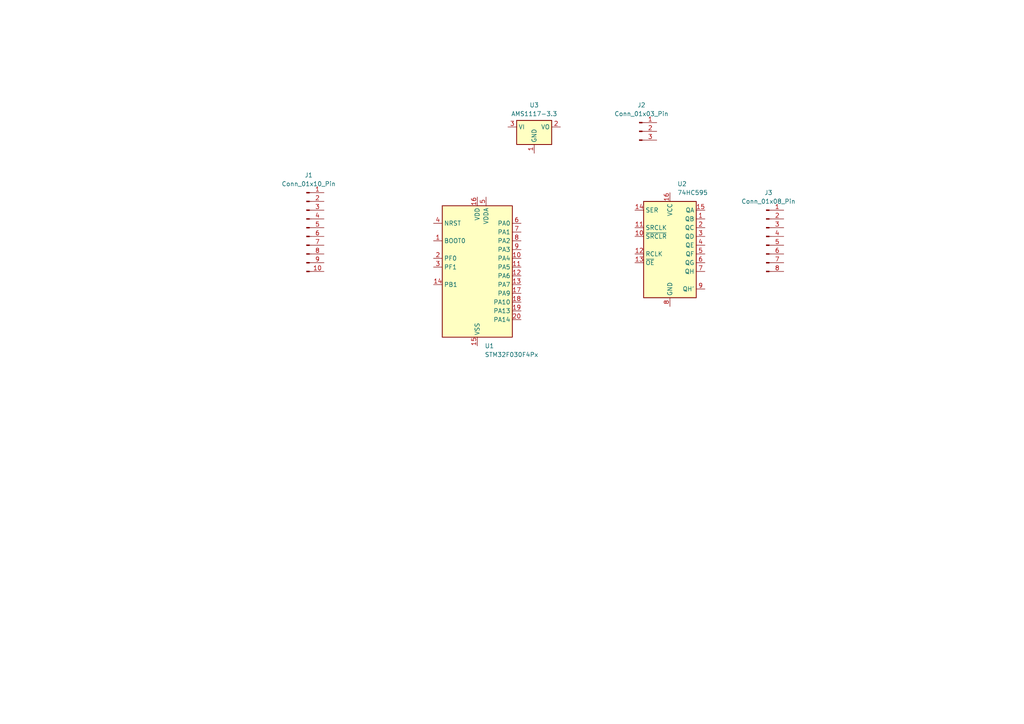
<source format=kicad_sch>
(kicad_sch (version 20250114) (generator "eeschema") (generator_version "9.0")
  (paper "A4")
  (lib_symbols
    (symbol "74xx:74HC595"
      (property "Reference" "U" (at -7.62 13.97 0))
      (property "Value" "74HC595" (at -7.62 -16.51 0))
      (symbol "74HC595_1_0"
        (pin input line (at -10.16 10.16 0) (length 2.54) (name "SER") (number "14"))
        (pin input line (at -10.16 5.08 0) (length 2.54) (name "SRCLK") (number "11"))
        (pin input line (at -10.16 2.54 0) (length 2.54) (name "~{SRCLR}") (number "10"))
        (pin input line (at -10.16 -2.54 0) (length 2.54) (name "RCLK") (number "12"))
        (pin input line (at -10.16 -5.08 0) (length 2.54) (name "~{OE}") (number "13"))
        (pin power_in line (at 0 15.24 270) (length 2.54) (name "VCC") (number "16"))
        (pin power_in line (at 0 -17.78 90) (length 2.54) (name "GND") (number "8"))
        (pin tri_state line (at 10.16 10.16 180) (length 2.54) (name "QA") (number "15"))
        (pin tri_state line (at 10.16 7.62 180) (length 2.54) (name "QB") (number "1"))
        (pin tri_state line (at 10.16 5.08 180) (length 2.54) (name "QC") (number "2"))
        (pin tri_state line (at 10.16 2.54 180) (length 2.54) (name "QD") (number "3"))
        (pin tri_state line (at 10.16 0 180) (length 2.54) (name "QE") (number "4"))
        (pin tri_state line (at 10.16 -2.54 180) (length 2.54) (name "QF") (number "5"))
        (pin tri_state line (at 10.16 -5.08 180) (length 2.54) (name "QG") (number "6"))
        (pin tri_state line (at 10.16 -7.62 180) (length 2.54) (name "QH") (number "7"))
        (pin output line (at 10.16 -12.7 180) (length 2.54) (name "QH'") (number "9"))
      )
      (symbol "74HC595_1_1"
        (rectangle (start -7.62 12.7) (end 7.62 -15.24) (stroke (width 0.254)) (fill (type background)))
      )
    )
    (symbol "Connector:Conn_01x03_Pin" (pin_names (offset 1.016) (hide yes))
      (property "Reference" "J" (at 0 5.08 0))
      (property "Value" "Conn_01x03_Pin" (at 0 -5.08 0))
      (symbol "Conn_01x03_Pin_1_1"
        (rectangle (start 0.8636 2.667) (end 0 2.413) (stroke (width 0.1524)) (fill (type outline)))
        (rectangle (start 0.8636 0.127) (end 0 -0.127) (stroke (width 0.1524)) (fill (type outline)))
        (rectangle (start 0.8636 -2.413) (end 0 -2.667) (stroke (width 0.1524)) (fill (type outline)))
        (polyline (pts (xy 1.27 2.54) (xy 0.8636 2.54)) (stroke (width 0.1524)))
        (polyline (pts (xy 1.27 0) (xy 0.8636 0)) (stroke (width 0.1524)))
        (polyline (pts (xy 1.27 -2.54) (xy 0.8636 -2.54)) (stroke (width 0.1524)))
        (pin passive line (at 5.08 2.54 180) (length 3.81) (name "Pin_1") (number "1"))
        (pin passive line (at 5.08 0 180) (length 3.81) (name "Pin_2") (number "2"))
        (pin passive line (at 5.08 -2.54 180) (length 3.81) (name "Pin_3") (number "3"))
      )
    )
    (symbol "Connector:Conn_01x08_Pin" (pin_names (offset 1.016) (hide yes))
      (property "Reference" "J" (at 0 10.16 0))
      (property "Value" "Conn_01x08_Pin" (at 0 -12.7 0))
      (symbol "Conn_01x08_Pin_1_1"
        (rectangle (start 0.8636 7.747) (end 0 7.493) (stroke (width 0.1524)) (fill (type outline)))
        (rectangle (start 0.8636 5.207) (end 0 4.953) (stroke (width 0.1524)) (fill (type outline)))
        (rectangle (start 0.8636 2.667) (end 0 2.413) (stroke (width 0.1524)) (fill (type outline)))
        (rectangle (start 0.8636 0.127) (end 0 -0.127) (stroke (width 0.1524)) (fill (type outline)))
        (rectangle (start 0.8636 -2.413) (end 0 -2.667) (stroke (width 0.1524)) (fill (type outline)))
        (rectangle (start 0.8636 -4.953) (end 0 -5.207) (stroke (width 0.1524)) (fill (type outline)))
        (rectangle (start 0.8636 -7.493) (end 0 -7.747) (stroke (width 0.1524)) (fill (type outline)))
        (rectangle (start 0.8636 -10.033) (end 0 -10.287) (stroke (width 0.1524)) (fill (type outline)))
        (polyline (pts (xy 1.27 7.62) (xy 0.8636 7.62)) (stroke (width 0.1524)))
        (polyline (pts (xy 1.27 5.08) (xy 0.8636 5.08)) (stroke (width 0.1524)))
        (polyline (pts (xy 1.27 2.54) (xy 0.8636 2.54)) (stroke (width 0.1524)))
        (polyline (pts (xy 1.27 0) (xy 0.8636 0)) (stroke (width 0.1524)))
        (polyline (pts (xy 1.27 -2.54) (xy 0.8636 -2.54)) (stroke (width 0.1524)))
        (polyline (pts (xy 1.27 -5.08) (xy 0.8636 -5.08)) (stroke (width 0.1524)))
        (polyline (pts (xy 1.27 -7.62) (xy 0.8636 -7.62)) (stroke (width 0.1524)))
        (polyline (pts (xy 1.27 -10.16) (xy 0.8636 -10.16)) (stroke (width 0.1524)))
        (pin passive line (at 5.08 7.62 180) (length 3.81) (name "Pin_1") (number "1"))
        (pin passive line (at 5.08 5.08 180) (length 3.81) (name "Pin_2") (number "2"))
        (pin passive line (at 5.08 2.54 180) (length 3.81) (name "Pin_3") (number "3"))
        (pin passive line (at 5.08 0 180) (length 3.81) (name "Pin_4") (number "4"))
        (pin passive line (at 5.08 -2.54 180) (length 3.81) (name "Pin_5") (number "5"))
        (pin passive line (at 5.08 -5.08 180) (length 3.81) (name "Pin_6") (number "6"))
        (pin passive line (at 5.08 -7.62 180) (length 3.81) (name "Pin_7") (number "7"))
        (pin passive line (at 5.08 -10.16 180) (length 3.81) (name "Pin_8") (number "8"))
      )
    )
    (symbol "Connector:Conn_01x10_Pin" (pin_names (offset 1.016) (hide yes))
      (property "Reference" "J" (at 0 12.7 0))
      (property "Value" "Conn_01x10_Pin" (at 0 -15.24 0))
      (symbol "Conn_01x10_Pin_1_1"
        (rectangle (start 0.8636 10.287) (end 0 10.033) (stroke (width 0.1524)) (fill (type outline)))
        (rectangle (start 0.8636 7.747) (end 0 7.493) (stroke (width 0.1524)) (fill (type outline)))
        (rectangle (start 0.8636 5.207) (end 0 4.953) (stroke (width 0.1524)) (fill (type outline)))
        (rectangle (start 0.8636 2.667) (end 0 2.413) (stroke (width 0.1524)) (fill (type outline)))
        (rectangle (start 0.8636 0.127) (end 0 -0.127) (stroke (width 0.1524)) (fill (type outline)))
        (rectangle (start 0.8636 -2.413) (end 0 -2.667) (stroke (width 0.1524)) (fill (type outline)))
        (rectangle (start 0.8636 -4.953) (end 0 -5.207) (stroke (width 0.1524)) (fill (type outline)))
        (rectangle (start 0.8636 -7.493) (end 0 -7.747) (stroke (width 0.1524)) (fill (type outline)))
        (rectangle (start 0.8636 -10.033) (end 0 -10.287) (stroke (width 0.1524)) (fill (type outline)))
        (rectangle (start 0.8636 -12.573) (end 0 -12.827) (stroke (width 0.1524)) (fill (type outline)))
        (polyline (pts (xy 1.27 10.16) (xy 0.8636 10.16)) (stroke (width 0.1524)))
        (polyline (pts (xy 1.27 7.62) (xy 0.8636 7.62)) (stroke (width 0.1524)))
        (polyline (pts (xy 1.27 5.08) (xy 0.8636 5.08)) (stroke (width 0.1524)))
        (polyline (pts (xy 1.27 2.54) (xy 0.8636 2.54)) (stroke (width 0.1524)))
        (polyline (pts (xy 1.27 0) (xy 0.8636 0)) (stroke (width 0.1524)))
        (polyline (pts (xy 1.27 -2.54) (xy 0.8636 -2.54)) (stroke (width 0.1524)))
        (polyline (pts (xy 1.27 -5.08) (xy 0.8636 -5.08)) (stroke (width 0.1524)))
        (polyline (pts (xy 1.27 -7.62) (xy 0.8636 -7.62)) (stroke (width 0.1524)))
        (polyline (pts (xy 1.27 -10.16) (xy 0.8636 -10.16)) (stroke (width 0.1524)))
        (polyline (pts (xy 1.27 -12.7) (xy 0.8636 -12.7)) (stroke (width 0.1524)))
        (pin passive line (at 5.08 10.16 180) (length 3.81) (name "Pin_1") (number "1"))
        (pin passive line (at 5.08 7.62 180) (length 3.81) (name "Pin_2") (number "2"))
        (pin passive line (at 5.08 5.08 180) (length 3.81) (name "Pin_3") (number "3"))
        (pin passive line (at 5.08 2.54 180) (length 3.81) (name "Pin_4") (number "4"))
        (pin passive line (at 5.08 0 180) (length 3.81) (name "Pin_5") (number "5"))
        (pin passive line (at 5.08 -2.54 180) (length 3.81) (name "Pin_6") (number "6"))
        (pin passive line (at 5.08 -5.08 180) (length 3.81) (name "Pin_7") (number "7"))
        (pin passive line (at 5.08 -7.62 180) (length 3.81) (name "Pin_8") (number "8"))
        (pin passive line (at 5.08 -10.16 180) (length 3.81) (name "Pin_9") (number "9"))
        (pin passive line (at 5.08 -12.7 180) (length 3.81) (name "Pin_10") (number "10"))
      )
    )
    (symbol "MCU_ST_STM32F0:STM32F030F4Px"
      (property "Reference" "U" (at -10.16 21.59 0))
      (property "Value" "STM32F030F4Px" (at 5.08 21.59 0))
      (symbol "STM32F030F4Px_0_1"
        (rectangle (start -10.16 -17.78) (end 10.16 20.32) (stroke (width 0.254)) (fill (type background)))
      )
      (symbol "STM32F030F4Px_1_1"
        (pin input line (at -12.7 15.24 0) (length 2.54) (name "NRST") (number "4"))
        (pin input line (at -12.7 10.16 0) (length 2.54) (name "BOOT0") (number "1"))
        (pin bidirectional line (at -12.7 5.08 0) (length 2.54) (name "PF0") (number "2"))
        (pin bidirectional line (at -12.7 2.54 0) (length 2.54) (name "PF1") (number "3"))
        (pin bidirectional line (at -12.7 -2.54 0) (length 2.54) (name "PB1") (number "14"))
        (pin power_in line (at 0 22.86 270) (length 2.54) (name "VDD") (number "16"))
        (pin power_in line (at 0 -20.32 90) (length 2.54) (name "VSS") (number "15"))
        (pin power_in line (at 2.54 22.86 270) (length 2.54) (name "VDDA") (number "5"))
        (pin bidirectional line (at 12.7 15.24 180) (length 2.54) (name "PA0") (number "6"))
        (pin bidirectional line (at 12.7 12.7 180) (length 2.54) (name "PA1") (number "7"))
        (pin bidirectional line (at 12.7 10.16 180) (length 2.54) (name "PA2") (number "8"))
        (pin bidirectional line (at 12.7 7.62 180) (length 2.54) (name "PA3") (number "9"))
        (pin bidirectional line (at 12.7 5.08 180) (length 2.54) (name "PA4") (number "10"))
        (pin bidirectional line (at 12.7 2.54 180) (length 2.54) (name "PA5") (number "11"))
        (pin bidirectional line (at 12.7 0 180) (length 2.54) (name "PA6") (number "12"))
        (pin bidirectional line (at 12.7 -2.54 180) (length 2.54) (name "PA7") (number "13"))
        (pin bidirectional line (at 12.7 -5.08 180) (length 2.54) (name "PA9") (number "17"))
        (pin bidirectional line (at 12.7 -7.62 180) (length 2.54) (name "PA10") (number "18"))
        (pin bidirectional line (at 12.7 -10.16 180) (length 2.54) (name "PA13") (number "19"))
        (pin bidirectional line (at 12.7 -12.7 180) (length 2.54) (name "PA14") (number "20"))
      )
    )
    (symbol "Regulator_Linear:AMS1117-3.3"
      (property "Reference" "U" (at -3.81 3.175 0))
      (property "Value" "AMS1117-3.3" (at 0 3.175 0))
      (symbol "AMS1117-3.3_0_1"
        (rectangle (start -5.08 -5.08) (end 5.08 1.905) (stroke (width 0.254)) (fill (type background)))
      )
      (symbol "AMS1117-3.3_1_1"
        (pin power_in line (at -7.62 0 0) (length 2.54) (name "VI") (number "3"))
        (pin power_in line (at 0 -7.62 90) (length 2.54) (name "GND") (number "1"))
        (pin power_out line (at 7.62 0 180) (length 2.54) (name "VO") (number "2"))
      )
    )
  )
  (symbol (lib_id "74xx:74HC595") (at 194.31 71.12 0) (unit 1)
    (property "Reference" "U2" (at 196.4533 53.34 0) (effects (justify left)))
    (property "Value" "74HC595" (at 196.4533 55.88 0) (effects (justify left)))
    (property "Footprint" "Package_DIP:DIP-16_W7.62mm_LongPads" (effects (hide yes)))
    (property "Datasheet" "http://www.ti.com/lit/ds/symlink/sn74hc595.pdf" (effects (hide yes)))
    (property "Description" "8-bit serial in/out Shift Register 3-State Outputs" (effects (hide yes)))
  )
  (symbol (lib_id "Connector:Conn_01x03_Pin") (at 185.42 38.1 0) (unit 1)
    (property "Reference" "J2" (at 186.055 30.48 0))
    (property "Value" "Conn_01x03_Pin" (at 186.055 33.02 0))
    (property "Footprint" "main:PinSocket_1x03_P2.00mm_Vertical" (effects (hide yes)))
    (property "Description" "Generic connector, single row, 01x03, script generated" (effects (hide yes)))
  )
  (symbol (lib_id "Connector:Conn_01x10_Pin") (at 88.9 66.04 0) (unit 1)
    (property "Reference" "J1" (at 89.535 50.8 0))
    (property "Value" "Conn_01x10_Pin" (at 89.535 53.34 0))
    (property "Footprint" "main:PinHeader_2x05_P2.54mm_Vertical" (effects (hide yes)))
    (property "Description" "Generic connector, single row, 01x10, script generated" (effects (hide yes)))
  )
  (symbol (lib_id "Connector:Conn_01x08_Pin") (at 222.25 68.58 0) (unit 1)
    (property "Reference" "J3" (at 222.885 55.88 0))
    (property "Value" "Conn_01x08_Pin" (at 222.885 58.42 0))
    (property "Footprint" "main:PinHeader_2x04_P2.54mm_Vertical" (effects (hide yes)))
    (property "Description" "Generic connector, single row, 01x08, script generated" (effects (hide yes)))
  )
  (symbol (lib_id "MCU_ST_STM32F0:STM32F030F4Px") (at 138.43 80.01 0) (unit 1)
    (property "Reference" "U1" (at 140.5733 100.33 0) (effects (justify left)))
    (property "Value" "STM32F030F4Px" (at 140.5733 102.87 0) (effects (justify left)))
    (property "Footprint" "Package_SO:TSSOP-20_4.4x6.5mm_P0.65mm" (effects (hide yes)))
    (property "Datasheet" "https://www.st.com/resource/en/datasheet/stm32f030f4.pdf" (effects (hide yes)))
    (property "Description" "STMicroelectronics Arm Cortex-M0 MCU, 16KB flash, 4KB RAM, 48 MHz, 2.4-3.6V, 15 GPIO, TSSOP20" (effects (hide yes)))
  )
  (symbol (lib_id "Regulator_Linear:AMS1117-3.3") (at 154.94 36.83 0) (unit 1)
    (property "Reference" "U3" (at 154.94 30.48 0))
    (property "Value" "AMS1117-3.3" (at 154.94 33.02 0))
    (property "Footprint" "Package_TO_SOT_SMD:SOT-223-3_TabPin2" (effects (hide yes)))
    (property "Datasheet" "http://www.advanced-monolithic.com/pdf/ds1117.pdf" (effects (hide yes)))
    (property "Description" "1A Low Dropout regulator, positive, 3.3V fixed output, SOT-223" (effects (hide yes)))
  )
)
</source>
